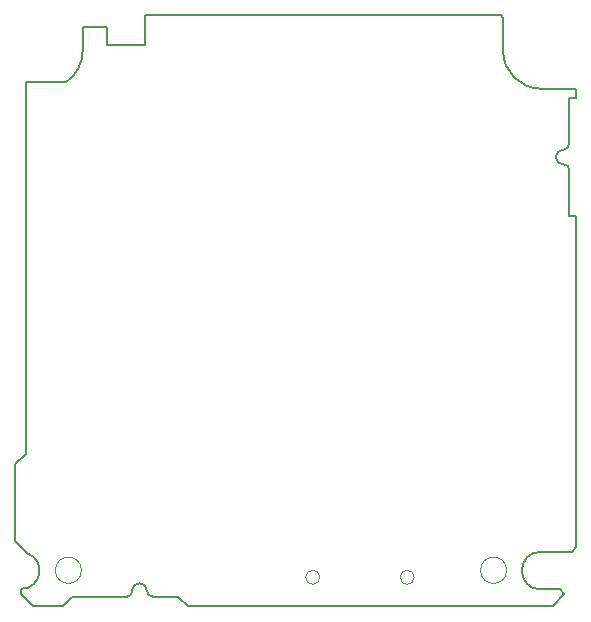
<source format=gbr>
%TF.GenerationSoftware,KiCad,Pcbnew,6.99.0-unknown-5a2f351f28~146~ubuntu20.04.1*%
%TF.CreationDate,2022-01-27T10:55:03+08:00*%
%TF.ProjectId,M5Pi,4d355069-2e6b-4696-9361-645f70636258,1.0*%
%TF.SameCoordinates,Original*%
%TF.FileFunction,Profile,NP*%
%FSLAX46Y46*%
G04 Gerber Fmt 4.6, Leading zero omitted, Abs format (unit mm)*
G04 Created by KiCad (PCBNEW 6.99.0-unknown-5a2f351f28~146~ubuntu20.04.1) date 2022-01-27 10:55:03*
%MOMM*%
%LPD*%
G01*
G04 APERTURE LIST*
%TA.AperFunction,Profile*%
%ADD10C,0.200000*%
%TD*%
%TA.AperFunction,Profile*%
%ADD11C,0.100000*%
%TD*%
%TA.AperFunction,Profile*%
%ADD12C,0.120000*%
%TD*%
G04 APERTURE END LIST*
D10*
X158518229Y-77322267D02*
X158608229Y-77322267D01*
X119928230Y-67202268D02*
X123128230Y-67202268D01*
X159028231Y-81702268D02*
X159628230Y-81702268D01*
X159028231Y-77742269D02*
X159028231Y-81702268D01*
X113038147Y-70352176D02*
X113038148Y-101792350D01*
X158488230Y-76082269D02*
G75*
G03*
X159028231Y-75542269I553J539448D01*
G01*
X159628230Y-108702366D02*
X159628230Y-109702268D01*
X116928230Y-113902268D02*
X116128230Y-114702268D01*
X158488230Y-76082269D02*
G75*
G03*
X157898230Y-76672269I660J-590660D01*
G01*
D11*
X117728329Y-111682176D02*
G75*
G03*
X117728329Y-111682176I-1104669J0D01*
G01*
D10*
X119928230Y-65702268D02*
X119928230Y-67202268D01*
X159628230Y-71702268D02*
X159028231Y-71702268D01*
X121588230Y-113902268D02*
G75*
G03*
X122008229Y-113482268I51J419948D01*
G01*
X157898230Y-76702268D02*
G75*
G03*
X158518229Y-77322267I621387J1388D01*
G01*
X158628230Y-113702268D02*
X157628230Y-114702268D01*
D11*
X153728148Y-111682176D02*
G75*
G03*
X153728148Y-111682176I-1104669J0D01*
G01*
D10*
X123248230Y-113362268D02*
G75*
G03*
X122658229Y-112772268I-590662J-662D01*
G01*
X123248230Y-113362268D02*
G75*
G03*
X123788229Y-113902268I539446J-554D01*
G01*
X125938230Y-113902268D02*
X123788230Y-113902268D01*
X138178731Y-114702268D02*
X138178731Y-114702268D01*
X157628230Y-114702268D02*
X126738229Y-114702268D01*
X121588230Y-113902268D02*
X116928230Y-113902268D01*
X122008230Y-113392268D02*
X122008230Y-113482268D01*
X153229231Y-64702268D02*
X153428229Y-64902269D01*
X156628233Y-110102268D02*
G75*
G03*
X156628229Y-113302268I-2J-1600000D01*
G01*
X156628230Y-70902269D02*
X159628230Y-70902269D01*
X159628230Y-70902269D02*
X159628230Y-71702268D01*
X117828230Y-65702268D02*
X119928230Y-65702268D01*
X116128230Y-114702268D02*
X113628230Y-114702268D01*
X156628230Y-113302268D02*
X158228228Y-113302268D01*
X159028231Y-77742269D02*
G75*
G03*
X158608229Y-77322267I-419952J50D01*
G01*
X159628230Y-81702268D02*
X159628230Y-98702366D01*
X116422718Y-70352176D02*
G75*
G03*
X117828230Y-67702268I-1793607J2649026D01*
G01*
X159028231Y-71702268D02*
X159028231Y-75542268D01*
X113628230Y-114702268D02*
X112628230Y-113702268D01*
X112628230Y-113252268D02*
G75*
G03*
X113118230Y-110232268I209J1549718D01*
G01*
X112128230Y-102702268D02*
X113038148Y-101792350D01*
X125777884Y-113902268D02*
X125777884Y-113902268D01*
X153428229Y-64902269D02*
X153428229Y-67702268D01*
X158228228Y-113302268D02*
X158628230Y-113702268D01*
X126738229Y-114702268D02*
X125938230Y-113902268D01*
X123128230Y-67202268D02*
X123128230Y-64702268D01*
X153428229Y-67702268D02*
G75*
G03*
X156628230Y-70902269I3202535J2534D01*
G01*
X159628230Y-109702268D02*
X159228228Y-110102268D01*
X116422718Y-70352176D02*
X113038147Y-70352176D01*
X159628230Y-98702366D02*
X159628230Y-108702366D01*
X117828230Y-67702268D02*
X117828230Y-65702268D01*
X112128230Y-102702268D02*
X112128230Y-102702268D01*
X157898230Y-76672269D02*
X157898230Y-76702268D01*
X159228228Y-110102268D02*
X156628233Y-110102268D01*
X112628230Y-113702268D02*
X112628230Y-113252268D01*
X122628230Y-112772268D02*
G75*
G03*
X122008230Y-113392268I1391J-621391D01*
G01*
X112128230Y-109241268D02*
X112128230Y-102702268D01*
X159628230Y-98702366D02*
X159628230Y-98702366D01*
X113118230Y-110232268D02*
X112128230Y-109241268D01*
X123128230Y-64702268D02*
X153229231Y-64702268D01*
X122658229Y-112772268D02*
X122628230Y-112772268D01*
D12*
%TO.C,J1*%
X137913353Y-112271564D02*
G75*
G03*
X137913353Y-112271564I-600000J0D01*
G01*
X145913353Y-112271564D02*
G75*
G03*
X145913353Y-112271564I-600000J0D01*
G01*
%TD*%
M02*

</source>
